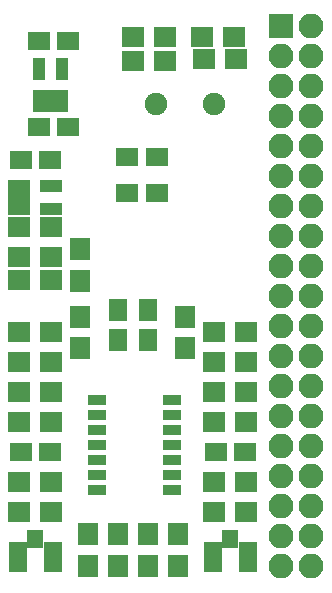
<source format=gts>
G04 #@! TF.FileFunction,Soldermask,Top*
%FSLAX46Y46*%
G04 Gerber Fmt 4.6, Leading zero omitted, Abs format (unit mm)*
G04 Created by KiCad (PCBNEW 4.0.6) date 08/04/17 15:07:46*
%MOMM*%
%LPD*%
G01*
G04 APERTURE LIST*
%ADD10C,0.100000*%
%ADD11R,1.543000X0.908000*%
%ADD12R,1.650000X1.900000*%
%ADD13R,1.700000X1.900000*%
%ADD14C,1.900000*%
%ADD15R,1.900000X1.650000*%
%ADD16R,1.960000X1.050000*%
%ADD17R,1.900000X1.700000*%
%ADD18R,1.500000X2.650000*%
%ADD19R,1.450000X1.500000*%
%ADD20R,1.050000X1.960000*%
%ADD21R,2.100000X2.100000*%
%ADD22O,2.100000X2.100000*%
G04 APERTURE END LIST*
D10*
D11*
X160782000Y-135255000D03*
X160782000Y-133985000D03*
X160782000Y-132715000D03*
X160782000Y-131445000D03*
X160782000Y-130175000D03*
X160782000Y-128905000D03*
X160782000Y-127635000D03*
X154432000Y-127635000D03*
X154432000Y-128905000D03*
X154432000Y-131445000D03*
X154432000Y-132715000D03*
X154432000Y-133985000D03*
X154432000Y-135255000D03*
X154432000Y-130175000D03*
D12*
X158750000Y-120035000D03*
X158750000Y-122535000D03*
D13*
X153035000Y-123270000D03*
X153035000Y-120570000D03*
D14*
X164338000Y-102616000D03*
X159458000Y-102616000D03*
D15*
X164485000Y-132080000D03*
X166985000Y-132080000D03*
D16*
X147875000Y-109540000D03*
X147875000Y-110490000D03*
X147875000Y-111440000D03*
X150575000Y-111440000D03*
X150575000Y-109540000D03*
D17*
X164385000Y-127000000D03*
X167085000Y-127000000D03*
X164385000Y-121920000D03*
X167085000Y-121920000D03*
X167085000Y-134620000D03*
X164385000Y-134620000D03*
D13*
X156210000Y-138985000D03*
X156210000Y-141685000D03*
D17*
X167085000Y-137160000D03*
X164385000Y-137160000D03*
D13*
X161290000Y-138985000D03*
X161290000Y-141685000D03*
D15*
X150475000Y-132080000D03*
X147975000Y-132080000D03*
D12*
X156210000Y-120035000D03*
X156210000Y-122535000D03*
D15*
X151999000Y-104521000D03*
X149499000Y-104521000D03*
X151999000Y-97282000D03*
X149499000Y-97282000D03*
X159492000Y-107061000D03*
X156992000Y-107061000D03*
X147975000Y-107315000D03*
X150475000Y-107315000D03*
X156992000Y-110109000D03*
X159492000Y-110109000D03*
D18*
X167210000Y-140970000D03*
X164260000Y-140970000D03*
D19*
X165735000Y-139420000D03*
D18*
X150700000Y-140970000D03*
X147750000Y-140970000D03*
D19*
X149225000Y-139420000D03*
D13*
X161925000Y-123270000D03*
X161925000Y-120570000D03*
D17*
X150575000Y-121920000D03*
X147875000Y-121920000D03*
X147875000Y-134620000D03*
X150575000Y-134620000D03*
X164385000Y-129540000D03*
X167085000Y-129540000D03*
X150575000Y-129540000D03*
X147875000Y-129540000D03*
X150575000Y-127000000D03*
X147875000Y-127000000D03*
X167085000Y-124460000D03*
X164385000Y-124460000D03*
X147875000Y-124460000D03*
X150575000Y-124460000D03*
D13*
X153670000Y-138985000D03*
X153670000Y-141685000D03*
X158750000Y-138985000D03*
X158750000Y-141685000D03*
D17*
X147875000Y-137160000D03*
X150575000Y-137160000D03*
D13*
X153035000Y-114855000D03*
X153035000Y-117555000D03*
D17*
X160227000Y-98933000D03*
X157527000Y-98933000D03*
X160227000Y-96901000D03*
X157527000Y-96901000D03*
X166196000Y-98806000D03*
X163496000Y-98806000D03*
X166069000Y-96901000D03*
X163369000Y-96901000D03*
X147875000Y-117475000D03*
X150575000Y-117475000D03*
X147875000Y-115570000D03*
X150575000Y-115570000D03*
X150575000Y-113030000D03*
X147875000Y-113030000D03*
D20*
X149545000Y-102315000D03*
X150495000Y-102315000D03*
X151445000Y-102315000D03*
X151445000Y-99615000D03*
X149545000Y-99615000D03*
D21*
X170053000Y-96012000D03*
D22*
X172593000Y-96012000D03*
X170053000Y-98552000D03*
X172593000Y-98552000D03*
X170053000Y-101092000D03*
X172593000Y-101092000D03*
X170053000Y-103632000D03*
X172593000Y-103632000D03*
X170053000Y-106172000D03*
X172593000Y-106172000D03*
X170053000Y-108712000D03*
X172593000Y-108712000D03*
X170053000Y-111252000D03*
X172593000Y-111252000D03*
X170053000Y-113792000D03*
X172593000Y-113792000D03*
X170053000Y-116332000D03*
X172593000Y-116332000D03*
X170053000Y-118872000D03*
X172593000Y-118872000D03*
X170053000Y-121412000D03*
X172593000Y-121412000D03*
X170053000Y-123952000D03*
X172593000Y-123952000D03*
X170053000Y-126492000D03*
X172593000Y-126492000D03*
X170053000Y-129032000D03*
X172593000Y-129032000D03*
X170053000Y-131572000D03*
X172593000Y-131572000D03*
X170053000Y-134112000D03*
X172593000Y-134112000D03*
X170053000Y-136652000D03*
X172593000Y-136652000D03*
X170053000Y-139192000D03*
X172593000Y-139192000D03*
X170053000Y-141732000D03*
X172593000Y-141732000D03*
M02*

</source>
